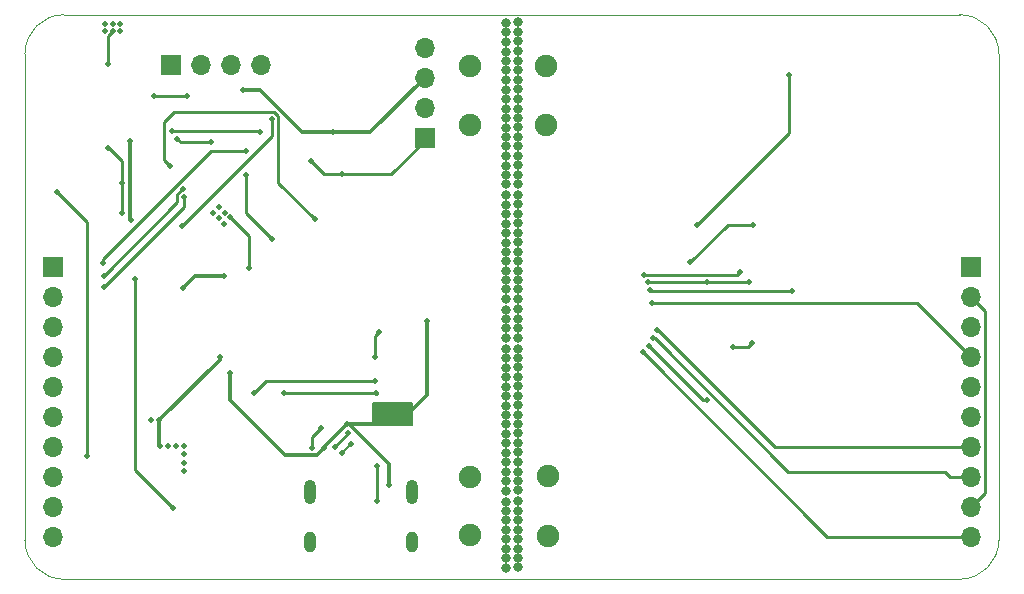
<source format=gbl>
%TF.GenerationSoftware,KiCad,Pcbnew,7.0.2-0*%
%TF.CreationDate,2024-05-28T17:42:11+08:00*%
%TF.ProjectId,angle_detect,616e676c-655f-4646-9574-6563742e6b69,rev?*%
%TF.SameCoordinates,Original*%
%TF.FileFunction,Copper,L2,Bot*%
%TF.FilePolarity,Positive*%
%FSLAX46Y46*%
G04 Gerber Fmt 4.6, Leading zero omitted, Abs format (unit mm)*
G04 Created by KiCad (PCBNEW 7.0.2-0) date 2024-05-28 17:42:11*
%MOMM*%
%LPD*%
G01*
G04 APERTURE LIST*
%TA.AperFunction,ComponentPad*%
%ADD10R,1.700000X1.700000*%
%TD*%
%TA.AperFunction,ComponentPad*%
%ADD11O,1.700000X1.700000*%
%TD*%
%TA.AperFunction,ComponentPad*%
%ADD12O,1.000000X2.100000*%
%TD*%
%TA.AperFunction,ComponentPad*%
%ADD13O,1.000000X1.800000*%
%TD*%
%TA.AperFunction,ViaPad*%
%ADD14C,0.500000*%
%TD*%
%TA.AperFunction,ViaPad*%
%ADD15C,0.800000*%
%TD*%
%TA.AperFunction,ViaPad*%
%ADD16C,1.900000*%
%TD*%
%TA.AperFunction,Conductor*%
%ADD17C,0.250000*%
%TD*%
%TA.AperFunction,Conductor*%
%ADD18C,0.300000*%
%TD*%
%TA.AperFunction,Conductor*%
%ADD19C,0.200000*%
%TD*%
%TA.AperFunction,Profile*%
%ADD20C,0.100000*%
%TD*%
G04 APERTURE END LIST*
D10*
%TO.P,J2,1,Pin_1*%
%TO.N,/+5V_b*%
X137795000Y-66324000D03*
D11*
%TO.P,J2,2,Pin_2*%
%TO.N,/GND_b*%
X137795000Y-68864000D03*
%TO.P,J2,3,Pin_3*%
%TO.N,/rgb_b*%
X137795000Y-71404000D03*
%TO.P,J2,4,Pin_4*%
%TO.N,/AD1_b*%
X137795000Y-73944000D03*
%TO.P,J2,5,Pin_5*%
%TO.N,unconnected-(J2-Pin_5-Pad5)*%
X137795000Y-76484000D03*
%TO.P,J2,6,Pin_6*%
%TO.N,unconnected-(J2-Pin_6-Pad6)*%
X137795000Y-79024000D03*
%TO.P,J2,7,Pin_7*%
%TO.N,/MPU_SDA_b*%
X137795000Y-81564000D03*
%TO.P,J2,8,Pin_8*%
%TO.N,/MPU_SCL_b*%
X137795000Y-84104000D03*
%TO.P,J2,9,Pin_9*%
%TO.N,/GND_b*%
X137795000Y-86644000D03*
%TO.P,J2,10,Pin_10*%
%TO.N,/+3.3V_b*%
X137795000Y-89184000D03*
%TD*%
%TO.P,J4,4,Pin_4*%
%TO.N,GND*%
X91567000Y-47752000D03*
%TO.P,J4,3,Pin_3*%
%TO.N,+3.3V*%
X91567000Y-50292000D03*
%TO.P,J4,2,Pin_2*%
%TO.N,/OLED_SCL*%
X91567000Y-52832000D03*
D10*
%TO.P,J4,1,Pin_1*%
%TO.N,/OLED_SDA*%
X91567000Y-55372000D03*
%TD*%
D12*
%TO.P,J3,S1,SHIELD*%
%TO.N,GND*%
X81806000Y-85373400D03*
D13*
X81806000Y-89573400D03*
D12*
X90446000Y-85373400D03*
D13*
X90446000Y-89573400D03*
%TD*%
D10*
%TO.P,J5,1,Pin_1*%
%TO.N,GND*%
X70104000Y-49199800D03*
D11*
%TO.P,J5,2,Pin_2*%
%TO.N,+3.3V*%
X72644000Y-49199800D03*
%TO.P,J5,3,Pin_3*%
%TO.N,/SWDIO*%
X75184000Y-49199800D03*
%TO.P,J5,4,Pin_4*%
%TO.N,/SWCLK*%
X77724000Y-49199800D03*
%TD*%
D10*
%TO.P,J1,1,Pin_1*%
%TO.N,+3.3V*%
X60071000Y-66324000D03*
D11*
%TO.P,J1,2,Pin_2*%
%TO.N,GND*%
X60071000Y-68864000D03*
%TO.P,J1,3,Pin_3*%
%TO.N,/MPU_SCL*%
X60071000Y-71404000D03*
%TO.P,J1,4,Pin_4*%
%TO.N,/MPU_SDA*%
X60071000Y-73944000D03*
%TO.P,J1,5,Pin_5*%
%TO.N,unconnected-(J1-Pin_5-Pad5)*%
X60071000Y-76484000D03*
%TO.P,J1,6,Pin_6*%
%TO.N,unconnected-(J1-Pin_6-Pad6)*%
X60071000Y-79024000D03*
%TO.P,J1,7,Pin_7*%
%TO.N,/AD0*%
X60071000Y-81564000D03*
%TO.P,J1,8,Pin_8*%
%TO.N,unconnected-(J1-Pin_8-Pad8)*%
X60071000Y-84104000D03*
%TO.P,J1,9,Pin_9*%
%TO.N,unconnected-(J1-Pin_9-Pad9)*%
X60071000Y-86644000D03*
%TO.P,J1,10,Pin_10*%
%TO.N,unconnected-(J1-Pin_10-Pad10)*%
X60071000Y-89184000D03*
%TD*%
D14*
%TO.N,GND*%
X65786000Y-45720000D03*
X65151000Y-45720000D03*
X64516000Y-45720000D03*
X65786000Y-46355000D03*
X65151000Y-46355000D03*
X64516000Y-46355000D03*
X64770000Y-49149000D03*
D15*
X99415600Y-72313800D03*
X98425000Y-75666600D03*
D14*
X74142600Y-62204600D03*
D15*
X99415600Y-61823600D03*
X98425000Y-81229200D03*
X98425000Y-85267800D03*
D16*
X101981000Y-89077800D03*
D15*
X99415600Y-51282600D03*
X99415600Y-82016600D03*
X98425000Y-50520600D03*
D14*
X70154800Y-54824100D03*
D15*
X98425000Y-46431200D03*
X98425000Y-84455000D03*
X98425000Y-90195400D03*
D14*
X74574400Y-62687200D03*
D15*
X99415600Y-66624200D03*
X99415600Y-77241400D03*
X99415600Y-91744800D03*
X98425000Y-87782400D03*
X98425000Y-61849000D03*
X99415600Y-70713600D03*
X98425000Y-82854800D03*
X99415600Y-74015600D03*
D14*
X87350600Y-73914000D03*
D15*
X98425000Y-57734200D03*
D16*
X101854000Y-54305200D03*
D15*
X98425000Y-74041000D03*
X99415600Y-65811400D03*
X98425000Y-62661800D03*
X98425000Y-48082200D03*
X99415600Y-60223400D03*
X99415600Y-84429600D03*
X99415600Y-63423800D03*
X98425000Y-66649600D03*
X99415600Y-87757000D03*
X98425000Y-70739000D03*
X99415600Y-69900800D03*
D14*
X64747967Y-56206833D03*
D15*
X98425000Y-53721000D03*
D14*
X73609200Y-61747400D03*
D15*
X98425000Y-78054200D03*
X98425000Y-68224400D03*
X99415600Y-90957400D03*
X99415600Y-52095400D03*
X98425000Y-83667600D03*
X99415600Y-47218600D03*
X98425000Y-82042000D03*
D14*
X75107800Y-62128400D03*
D15*
X98425000Y-73253600D03*
X99415600Y-82829400D03*
X98425000Y-65836800D03*
X98425000Y-72339200D03*
X98425000Y-88595200D03*
X98425000Y-48869600D03*
X98425000Y-74853800D03*
X98425000Y-45643800D03*
X98425000Y-78841600D03*
X99415600Y-90170000D03*
X99415600Y-74828400D03*
X99415600Y-71501000D03*
X98425000Y-65049400D03*
X99415600Y-67411600D03*
X98425000Y-76454000D03*
X98425000Y-61036200D03*
X99415600Y-52908200D03*
X99415600Y-64236600D03*
D16*
X95377000Y-84074000D03*
D14*
X82042000Y-81661000D03*
D15*
X99415600Y-48056800D03*
X99415600Y-85242400D03*
X98425000Y-64262000D03*
D16*
X95377000Y-54305200D03*
D15*
X99415600Y-73228200D03*
X99415600Y-78028800D03*
X99415600Y-55295800D03*
X98425000Y-58521600D03*
X98425000Y-52933600D03*
X99415600Y-61010800D03*
D16*
X95377000Y-89052400D03*
D15*
X99415600Y-59309000D03*
X99415600Y-79629000D03*
X99415600Y-69011800D03*
D16*
X101854000Y-49276000D03*
D15*
X99415600Y-75641200D03*
X99415600Y-53695600D03*
X98425000Y-56921400D03*
X98425000Y-69926200D03*
X98425000Y-89382600D03*
X99415600Y-68199000D03*
X98425000Y-60248800D03*
X98425000Y-51308000D03*
X98425000Y-71526400D03*
X98425000Y-77266800D03*
X98425000Y-91770200D03*
X99415600Y-56896000D03*
X99415600Y-81203800D03*
X98425000Y-59334400D03*
X99415600Y-46405800D03*
X99415600Y-57708800D03*
X98425000Y-69037200D03*
X99415600Y-83642200D03*
X98425000Y-52120800D03*
X99415600Y-54508400D03*
X99415600Y-62636400D03*
X99415600Y-76428600D03*
X98425000Y-63449200D03*
X99415600Y-50495200D03*
D14*
X74625200Y-61722000D03*
D15*
X99415600Y-86156800D03*
D14*
X74142600Y-61264800D03*
X65938400Y-61747400D03*
D15*
X99415600Y-78816200D03*
D14*
X77622400Y-54864000D03*
D15*
X98425000Y-55321200D03*
D14*
X82787500Y-79994300D03*
D15*
X99415600Y-48844200D03*
D14*
X76708000Y-66370200D03*
D15*
X99415600Y-56083200D03*
X98425000Y-67437000D03*
X98425000Y-86969600D03*
X99415600Y-45618400D03*
X99415600Y-49657000D03*
D14*
X65913000Y-59232800D03*
D15*
X98425000Y-54533800D03*
X99415600Y-65024000D03*
X98425000Y-86182200D03*
X98425000Y-56108600D03*
X99415600Y-58496200D03*
X98425000Y-47244000D03*
X98425000Y-90982800D03*
X99415600Y-88569800D03*
X98425000Y-79654400D03*
X99415600Y-86944200D03*
D14*
X87703600Y-71854000D03*
D16*
X101981000Y-84048600D03*
D15*
X99415600Y-89357200D03*
X98425000Y-49682400D03*
X98425000Y-80441800D03*
X99415600Y-80416400D03*
D16*
X95377000Y-49276000D03*
D14*
%TO.N,Net-(U3-VDD)*%
X85066156Y-80414844D03*
X83947000Y-81534000D03*
%TO.N,+5V*%
X89154000Y-79502000D03*
X87376000Y-78867000D03*
X88265000Y-78867000D03*
X75057000Y-75311000D03*
X90043000Y-78232000D03*
X89154000Y-78867000D03*
X90043000Y-78867000D03*
X88526000Y-84773400D03*
X89154000Y-78232000D03*
X83058000Y-81661000D03*
X90043000Y-79502000D03*
X84988233Y-79603767D03*
X91744800Y-70866000D03*
X87376000Y-78232000D03*
X88265000Y-78232000D03*
X87376000Y-79502000D03*
X88265000Y-79502000D03*
%TO.N,+3.3V*%
X71094600Y-68122800D03*
X74599800Y-67106800D03*
X83769200Y-54898600D03*
X70510400Y-81483200D03*
X71170800Y-81483200D03*
X71170800Y-82194400D03*
X69088000Y-79298800D03*
X66675000Y-62306200D03*
X74218800Y-73914000D03*
X69824600Y-81483200D03*
X68376800Y-79298800D03*
X66573233Y-55651567D03*
X69113400Y-81483200D03*
X76200000Y-51333400D03*
X71170800Y-83566000D03*
X71170800Y-82931000D03*
%TO.N,NRST*%
X62992000Y-82346800D03*
X60452000Y-59944000D03*
%TO.N,/user_button*%
X67056000Y-67360800D03*
X70231000Y-86715600D03*
%TO.N,Net-(D1-DOUT)*%
X114604800Y-62738000D03*
X122377200Y-50038000D03*
%TO.N,/rgb*%
X70002400Y-57759600D03*
X82245200Y-62280800D03*
%TO.N,Net-(D2-DOUT)*%
X119354600Y-62738000D03*
X113995200Y-65938400D03*
%TO.N,Net-(D3-DOUT)*%
X117640500Y-73075800D03*
X119278400Y-72745600D03*
%TO.N,Net-(D5-A)*%
X77089000Y-76962000D03*
X87376000Y-75946000D03*
%TO.N,/MPU_SCL*%
X78638400Y-63957415D03*
X76454000Y-58572400D03*
X64312800Y-65989200D03*
X76454000Y-56540400D03*
%TO.N,/MPU_SDA*%
X71120000Y-59690000D03*
X64363600Y-67056000D03*
%TO.N,/AD0*%
X64363600Y-68021200D03*
X71170800Y-60401200D03*
%TO.N,/AD1*%
X73456800Y-55778400D03*
X70612000Y-55473600D03*
%TO.N,Net-(J3-CC1)*%
X87503000Y-86106000D03*
X87503000Y-83185000D03*
%TO.N,/D-*%
X85319456Y-81304544D03*
X84542344Y-82081656D03*
%TO.N,/BOOT*%
X68630800Y-51816000D03*
X71424800Y-51816000D03*
%TO.N,Net-(U3-~{RST})*%
X79629000Y-77020500D03*
X87434500Y-77020500D03*
%TO.N,/OLED_SDA*%
X81915000Y-57324100D03*
X84582000Y-58473100D03*
%TO.N,/USER_LED*%
X70967600Y-62890400D03*
X78587600Y-53797200D03*
%TO.N,/+5V_b*%
X110083600Y-66979800D03*
X118215000Y-66751200D03*
%TO.N,/GND_b*%
X119049800Y-67614800D03*
X115465000Y-67589400D03*
X110490000Y-67589400D03*
X115465000Y-77622400D03*
X110540800Y-73025000D03*
%TO.N,/rgb_b*%
X110604486Y-68288086D03*
X122656600Y-68326000D03*
%TO.N,/AD1_b*%
X110794800Y-69342000D03*
%TO.N,/MPU_SDA_b*%
X111252000Y-71678800D03*
%TO.N,/MPU_SCL_b*%
X110896400Y-72364600D03*
%TO.N,/+3.3V_b*%
X110007400Y-73558400D03*
%TD*%
D17*
%TO.N,/GND_b*%
X137795000Y-86644000D02*
X138970000Y-85469000D01*
X138970000Y-85469000D02*
X138970000Y-70039000D01*
X138970000Y-70039000D02*
X137795000Y-68864000D01*
%TO.N,/+3.3V_b*%
X110007400Y-73558400D02*
X125633000Y-89184000D01*
X125633000Y-89184000D02*
X137795000Y-89184000D01*
%TO.N,/MPU_SCL_b*%
X110896400Y-72364600D02*
X111020373Y-72364600D01*
X111020373Y-72364600D02*
X122348773Y-83693000D01*
X136047000Y-84104000D02*
X137795000Y-84104000D01*
X122348773Y-83693000D02*
X135636000Y-83693000D01*
X135636000Y-83693000D02*
X136047000Y-84104000D01*
%TO.N,/MPU_SDA_b*%
X111252000Y-71678800D02*
X111302800Y-71678800D01*
X111302800Y-71678800D02*
X121188000Y-81564000D01*
X121188000Y-81564000D02*
X137795000Y-81564000D01*
%TO.N,/AD1_b*%
X110794800Y-69342000D02*
X133193000Y-69342000D01*
X133193000Y-69342000D02*
X137795000Y-73944000D01*
%TO.N,GND*%
X64770000Y-49149000D02*
X64770000Y-46736000D01*
X64770000Y-46736000D02*
X65151000Y-46355000D01*
%TO.N,/OLED_SDA*%
X84582000Y-58473100D02*
X88719900Y-58473100D01*
X88719900Y-58473100D02*
X91567000Y-55626000D01*
X91567000Y-55626000D02*
X91567000Y-55372000D01*
D18*
%TO.N,+3.3V*%
X83769200Y-54898600D02*
X86960400Y-54898600D01*
X86960400Y-54898600D02*
X91567000Y-50292000D01*
D17*
%TO.N,GND*%
X65913000Y-57327800D02*
X64770000Y-56184800D01*
X64770000Y-56184800D02*
X64747967Y-56206833D01*
X76708000Y-66370200D02*
X76708000Y-63728600D01*
X87350600Y-72207000D02*
X87703600Y-71854000D01*
X76708000Y-63728600D02*
X75107800Y-62128400D01*
X65913000Y-61722000D02*
X65938400Y-61747400D01*
X82042000Y-81661000D02*
X82042000Y-80739800D01*
X82042000Y-80739800D02*
X82787500Y-79994300D01*
X87350600Y-73914000D02*
X87350600Y-72207000D01*
X65913000Y-59232800D02*
X65913000Y-61722000D01*
X70154800Y-54824100D02*
X77582500Y-54824100D01*
X65913000Y-59232800D02*
X65913000Y-57327800D01*
X77582500Y-54824100D02*
X77622400Y-54864000D01*
%TO.N,Net-(U3-VDD)*%
X83947000Y-81534000D02*
X85066156Y-80414844D01*
D18*
%TO.N,+5V*%
X91744800Y-70866000D02*
X91744800Y-77165200D01*
X75057000Y-77597000D02*
X75057000Y-75311000D01*
X88526000Y-83026159D02*
X88526000Y-84773400D01*
X79721000Y-82261000D02*
X75057000Y-77597000D01*
X87274233Y-79603767D02*
X87376000Y-79502000D01*
X85103608Y-79603767D02*
X88526000Y-83026159D01*
X82458000Y-82261000D02*
X79721000Y-82261000D01*
X84988233Y-79603767D02*
X85103608Y-79603767D01*
X83058000Y-81661000D02*
X82458000Y-82261000D01*
X83058000Y-81661000D02*
X83058000Y-81534000D01*
X84988233Y-79603767D02*
X87274233Y-79603767D01*
X91744800Y-77165200D02*
X90043000Y-78867000D01*
X83058000Y-81534000D02*
X84988233Y-79603767D01*
%TO.N,+3.3V*%
X69088000Y-79298800D02*
X69088000Y-81457800D01*
X66573233Y-58648600D02*
X66573233Y-58267433D01*
X66573233Y-58648600D02*
X66573233Y-62204433D01*
X69088000Y-81457800D02*
X69113400Y-81483200D01*
X69088000Y-79298800D02*
X74218800Y-74168000D01*
X77608352Y-51333400D02*
X81173552Y-54898600D01*
X74218800Y-74168000D02*
X74218800Y-73914000D01*
X72110600Y-67106800D02*
X71094600Y-68122800D01*
X81173552Y-54898600D02*
X83769200Y-54898600D01*
X66573233Y-62204433D02*
X66675000Y-62306200D01*
X66573233Y-55651567D02*
X66573233Y-58648600D01*
X74599800Y-67106800D02*
X72110600Y-67106800D01*
X76200000Y-51333400D02*
X77608352Y-51333400D01*
D17*
%TO.N,NRST*%
X62992000Y-82346800D02*
X62992000Y-62484000D01*
X62992000Y-62484000D02*
X60452000Y-59944000D01*
%TO.N,/user_button*%
X67056000Y-83540600D02*
X70231000Y-86715600D01*
X67056000Y-67360800D02*
X67056000Y-83540600D01*
%TO.N,Net-(D1-DOUT)*%
X114604800Y-62738000D02*
X122377200Y-54965600D01*
X122377200Y-54965600D02*
X122377200Y-50038000D01*
%TO.N,/rgb*%
X79162600Y-53559400D02*
X78825400Y-53222200D01*
X82245200Y-62280800D02*
X79162600Y-59198200D01*
X69494400Y-54051200D02*
X69494400Y-57251600D01*
X78825400Y-53222200D02*
X70323400Y-53222200D01*
X79162600Y-59198200D02*
X79162600Y-53559400D01*
X69494400Y-57251600D02*
X70002400Y-57759600D01*
X70323400Y-53222200D02*
X69494400Y-54051200D01*
%TO.N,Net-(D2-DOUT)*%
X113995200Y-65938400D02*
X117195600Y-62738000D01*
X117195600Y-62738000D02*
X119354600Y-62738000D01*
%TO.N,Net-(D3-DOUT)*%
X117640500Y-73075800D02*
X118948200Y-73075800D01*
X118948200Y-73075800D02*
X119278400Y-72745600D01*
%TO.N,Net-(D5-A)*%
X78105000Y-75946000D02*
X77089000Y-76962000D01*
X87376000Y-75946000D02*
X78105000Y-75946000D01*
%TO.N,/MPU_SCL*%
X73456427Y-56540400D02*
X76454000Y-56540400D01*
X78638400Y-63957415D02*
X76454000Y-61773015D01*
X76454000Y-61773015D02*
X76454000Y-58572400D01*
X64312800Y-65684027D02*
X73456427Y-56540400D01*
X64312800Y-65989200D02*
X64312800Y-65684027D01*
%TO.N,/MPU_SDA*%
X70595800Y-60163027D02*
X71068827Y-59690000D01*
X71068827Y-59690000D02*
X71120000Y-59690000D01*
X64363600Y-67056000D02*
X70595800Y-60823800D01*
X70595800Y-60823800D02*
X70595800Y-60163027D01*
%TO.N,/AD0*%
X71170800Y-61214000D02*
X71170800Y-60401200D01*
X64363600Y-68021200D02*
X71170800Y-61214000D01*
%TO.N,/AD1*%
X70916800Y-55778400D02*
X70612000Y-55473600D01*
X73456800Y-55778400D02*
X70916800Y-55778400D01*
%TO.N,Net-(J3-CC1)*%
X87503000Y-86106000D02*
X87503000Y-83185000D01*
D19*
%TO.N,/D-*%
X84542344Y-82081656D02*
X85319456Y-81304544D01*
D17*
%TO.N,/BOOT*%
X68630800Y-51816000D02*
X71424800Y-51816000D01*
%TO.N,Net-(U3-~{RST})*%
X79629000Y-77020500D02*
X87434500Y-77020500D01*
X87503000Y-77089000D02*
X87434500Y-77020500D01*
%TO.N,/OLED_SDA*%
X84582000Y-58473100D02*
X83064000Y-58473100D01*
X83064000Y-58473100D02*
X81915000Y-57324100D01*
%TO.N,/USER_LED*%
X78587600Y-53797200D02*
X78587600Y-55219973D01*
X78587600Y-55219973D02*
X70967600Y-62839973D01*
X70967600Y-62839973D02*
X70967600Y-62890400D01*
%TO.N,/+5V_b*%
X110083600Y-66979800D02*
X117986400Y-66979800D01*
X117986400Y-66979800D02*
X118215000Y-66751200D01*
%TO.N,/GND_b*%
X115138200Y-77622400D02*
X115465000Y-77622400D01*
X110490000Y-67589400D02*
X115465000Y-67589400D01*
X115490400Y-67614800D02*
X115465000Y-67589400D01*
X110540800Y-73025000D02*
X115138200Y-77622400D01*
X119049800Y-67614800D02*
X115490400Y-67614800D01*
%TO.N,/rgb_b*%
X110642400Y-68326000D02*
X110604486Y-68288086D01*
X122656600Y-68326000D02*
X110642400Y-68326000D01*
%TD*%
%TA.AperFunction,Conductor*%
%TO.N,+5V*%
G36*
X90494039Y-77743685D02*
G01*
X90539794Y-77796489D01*
X90551000Y-77848000D01*
X90551000Y-79632000D01*
X90531315Y-79699039D01*
X90478511Y-79744794D01*
X90427000Y-79756000D01*
X87246000Y-79756000D01*
X87178961Y-79736315D01*
X87133206Y-79683511D01*
X87122000Y-79632000D01*
X87122000Y-77879294D01*
X87141685Y-77812255D01*
X87194489Y-77766500D01*
X87259884Y-77756074D01*
X87266440Y-77756812D01*
X87266441Y-77756813D01*
X87434500Y-77775749D01*
X87602559Y-77756813D01*
X87676448Y-77730958D01*
X87717403Y-77724000D01*
X90427000Y-77724000D01*
X90494039Y-77743685D01*
G37*
%TD.AperFunction*%
%TD*%
D20*
X140157200Y-48260000D02*
G75*
G03*
X136855200Y-44958000I-3302000J0D01*
G01*
X57708800Y-48260000D02*
X57708800Y-89458800D01*
X61010800Y-44958000D02*
G75*
G03*
X57708800Y-48260000I0J-3302000D01*
G01*
X136855200Y-44958000D02*
X61010800Y-44958000D01*
X140157200Y-48260000D02*
X140157200Y-89458800D01*
X57708800Y-89458800D02*
G75*
G03*
X61010800Y-92760800I3302000J0D01*
G01*
X61010800Y-92760800D02*
X136855200Y-92760800D01*
X136855200Y-92760800D02*
G75*
G03*
X140157200Y-89458800I0J3302000D01*
G01*
M02*

</source>
